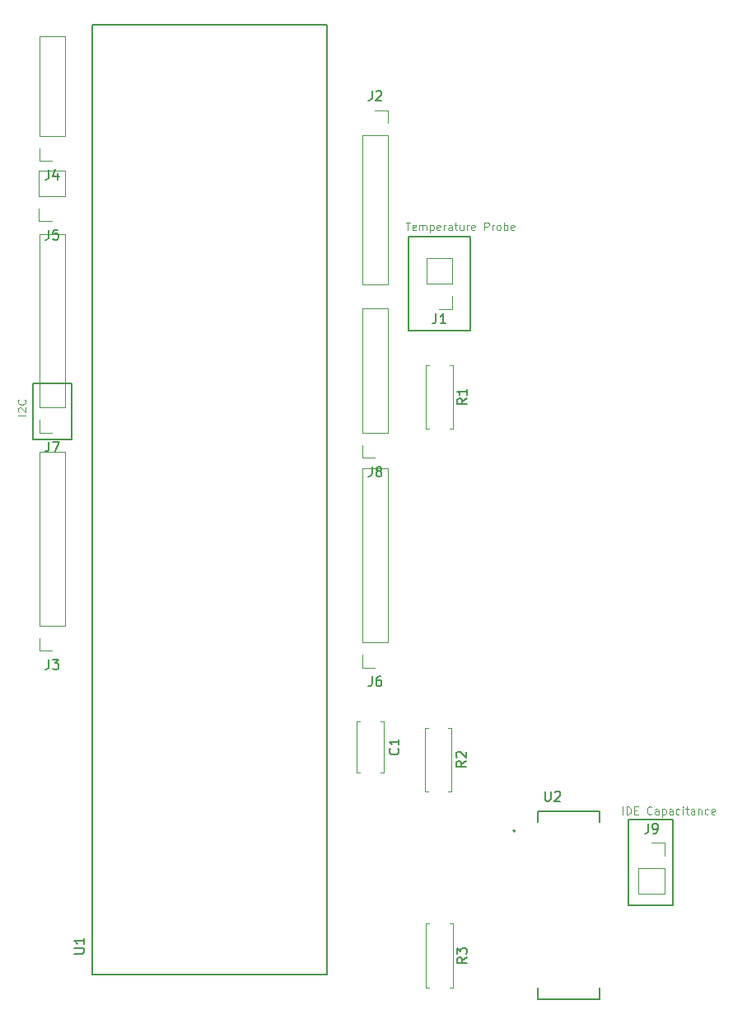
<source format=gbr>
%TF.GenerationSoftware,KiCad,Pcbnew,8.0.6*%
%TF.CreationDate,2025-03-25T14:01:10+08:00*%
%TF.ProjectId,external_chamber,65787465-726e-4616-9c5f-6368616d6265,rev?*%
%TF.SameCoordinates,Original*%
%TF.FileFunction,Legend,Top*%
%TF.FilePolarity,Positive*%
%FSLAX46Y46*%
G04 Gerber Fmt 4.6, Leading zero omitted, Abs format (unit mm)*
G04 Created by KiCad (PCBNEW 8.0.6) date 2025-03-25 14:01:10*
%MOMM*%
%LPD*%
G01*
G04 APERTURE LIST*
%ADD10C,0.125000*%
%ADD11C,0.200000*%
%ADD12C,0.150000*%
%ADD13C,0.120000*%
%ADD14C,0.127000*%
G04 APERTURE END LIST*
D10*
X82295595Y-92327287D02*
X81495595Y-92327287D01*
X81571785Y-91984431D02*
X81533690Y-91946335D01*
X81533690Y-91946335D02*
X81495595Y-91870145D01*
X81495595Y-91870145D02*
X81495595Y-91679669D01*
X81495595Y-91679669D02*
X81533690Y-91603478D01*
X81533690Y-91603478D02*
X81571785Y-91565383D01*
X81571785Y-91565383D02*
X81647976Y-91527288D01*
X81647976Y-91527288D02*
X81724166Y-91527288D01*
X81724166Y-91527288D02*
X81838452Y-91565383D01*
X81838452Y-91565383D02*
X82295595Y-92022526D01*
X82295595Y-92022526D02*
X82295595Y-91527288D01*
X82219404Y-90727287D02*
X82257500Y-90765383D01*
X82257500Y-90765383D02*
X82295595Y-90879668D01*
X82295595Y-90879668D02*
X82295595Y-90955859D01*
X82295595Y-90955859D02*
X82257500Y-91070145D01*
X82257500Y-91070145D02*
X82181309Y-91146335D01*
X82181309Y-91146335D02*
X82105119Y-91184430D01*
X82105119Y-91184430D02*
X81952738Y-91222526D01*
X81952738Y-91222526D02*
X81838452Y-91222526D01*
X81838452Y-91222526D02*
X81686071Y-91184430D01*
X81686071Y-91184430D02*
X81609880Y-91146335D01*
X81609880Y-91146335D02*
X81533690Y-91070145D01*
X81533690Y-91070145D02*
X81495595Y-90955859D01*
X81495595Y-90955859D02*
X81495595Y-90879668D01*
X81495595Y-90879668D02*
X81533690Y-90765383D01*
X81533690Y-90765383D02*
X81571785Y-90727287D01*
D11*
X83000000Y-89000000D02*
X87000000Y-89000000D01*
X87000000Y-94800000D01*
X83000000Y-94800000D01*
X83000000Y-89000000D01*
D10*
X143672712Y-133295595D02*
X143672712Y-132495595D01*
X144053664Y-133295595D02*
X144053664Y-132495595D01*
X144053664Y-132495595D02*
X144244140Y-132495595D01*
X144244140Y-132495595D02*
X144358426Y-132533690D01*
X144358426Y-132533690D02*
X144434616Y-132609880D01*
X144434616Y-132609880D02*
X144472711Y-132686071D01*
X144472711Y-132686071D02*
X144510807Y-132838452D01*
X144510807Y-132838452D02*
X144510807Y-132952738D01*
X144510807Y-132952738D02*
X144472711Y-133105119D01*
X144472711Y-133105119D02*
X144434616Y-133181309D01*
X144434616Y-133181309D02*
X144358426Y-133257500D01*
X144358426Y-133257500D02*
X144244140Y-133295595D01*
X144244140Y-133295595D02*
X144053664Y-133295595D01*
X144853664Y-132876547D02*
X145120330Y-132876547D01*
X145234616Y-133295595D02*
X144853664Y-133295595D01*
X144853664Y-133295595D02*
X144853664Y-132495595D01*
X144853664Y-132495595D02*
X145234616Y-132495595D01*
X146644141Y-133219404D02*
X146606045Y-133257500D01*
X146606045Y-133257500D02*
X146491760Y-133295595D01*
X146491760Y-133295595D02*
X146415569Y-133295595D01*
X146415569Y-133295595D02*
X146301283Y-133257500D01*
X146301283Y-133257500D02*
X146225093Y-133181309D01*
X146225093Y-133181309D02*
X146186998Y-133105119D01*
X146186998Y-133105119D02*
X146148902Y-132952738D01*
X146148902Y-132952738D02*
X146148902Y-132838452D01*
X146148902Y-132838452D02*
X146186998Y-132686071D01*
X146186998Y-132686071D02*
X146225093Y-132609880D01*
X146225093Y-132609880D02*
X146301283Y-132533690D01*
X146301283Y-132533690D02*
X146415569Y-132495595D01*
X146415569Y-132495595D02*
X146491760Y-132495595D01*
X146491760Y-132495595D02*
X146606045Y-132533690D01*
X146606045Y-132533690D02*
X146644141Y-132571785D01*
X147329855Y-133295595D02*
X147329855Y-132876547D01*
X147329855Y-132876547D02*
X147291760Y-132800357D01*
X147291760Y-132800357D02*
X147215569Y-132762261D01*
X147215569Y-132762261D02*
X147063188Y-132762261D01*
X147063188Y-132762261D02*
X146986998Y-132800357D01*
X147329855Y-133257500D02*
X147253664Y-133295595D01*
X147253664Y-133295595D02*
X147063188Y-133295595D01*
X147063188Y-133295595D02*
X146986998Y-133257500D01*
X146986998Y-133257500D02*
X146948902Y-133181309D01*
X146948902Y-133181309D02*
X146948902Y-133105119D01*
X146948902Y-133105119D02*
X146986998Y-133028928D01*
X146986998Y-133028928D02*
X147063188Y-132990833D01*
X147063188Y-132990833D02*
X147253664Y-132990833D01*
X147253664Y-132990833D02*
X147329855Y-132952738D01*
X147710808Y-132762261D02*
X147710808Y-133562261D01*
X147710808Y-132800357D02*
X147786998Y-132762261D01*
X147786998Y-132762261D02*
X147939379Y-132762261D01*
X147939379Y-132762261D02*
X148015570Y-132800357D01*
X148015570Y-132800357D02*
X148053665Y-132838452D01*
X148053665Y-132838452D02*
X148091760Y-132914642D01*
X148091760Y-132914642D02*
X148091760Y-133143214D01*
X148091760Y-133143214D02*
X148053665Y-133219404D01*
X148053665Y-133219404D02*
X148015570Y-133257500D01*
X148015570Y-133257500D02*
X147939379Y-133295595D01*
X147939379Y-133295595D02*
X147786998Y-133295595D01*
X147786998Y-133295595D02*
X147710808Y-133257500D01*
X148777475Y-133295595D02*
X148777475Y-132876547D01*
X148777475Y-132876547D02*
X148739380Y-132800357D01*
X148739380Y-132800357D02*
X148663189Y-132762261D01*
X148663189Y-132762261D02*
X148510808Y-132762261D01*
X148510808Y-132762261D02*
X148434618Y-132800357D01*
X148777475Y-133257500D02*
X148701284Y-133295595D01*
X148701284Y-133295595D02*
X148510808Y-133295595D01*
X148510808Y-133295595D02*
X148434618Y-133257500D01*
X148434618Y-133257500D02*
X148396522Y-133181309D01*
X148396522Y-133181309D02*
X148396522Y-133105119D01*
X148396522Y-133105119D02*
X148434618Y-133028928D01*
X148434618Y-133028928D02*
X148510808Y-132990833D01*
X148510808Y-132990833D02*
X148701284Y-132990833D01*
X148701284Y-132990833D02*
X148777475Y-132952738D01*
X149501285Y-133257500D02*
X149425094Y-133295595D01*
X149425094Y-133295595D02*
X149272713Y-133295595D01*
X149272713Y-133295595D02*
X149196523Y-133257500D01*
X149196523Y-133257500D02*
X149158428Y-133219404D01*
X149158428Y-133219404D02*
X149120332Y-133143214D01*
X149120332Y-133143214D02*
X149120332Y-132914642D01*
X149120332Y-132914642D02*
X149158428Y-132838452D01*
X149158428Y-132838452D02*
X149196523Y-132800357D01*
X149196523Y-132800357D02*
X149272713Y-132762261D01*
X149272713Y-132762261D02*
X149425094Y-132762261D01*
X149425094Y-132762261D02*
X149501285Y-132800357D01*
X149844142Y-133295595D02*
X149844142Y-132762261D01*
X149844142Y-132495595D02*
X149806046Y-132533690D01*
X149806046Y-132533690D02*
X149844142Y-132571785D01*
X149844142Y-132571785D02*
X149882237Y-132533690D01*
X149882237Y-132533690D02*
X149844142Y-132495595D01*
X149844142Y-132495595D02*
X149844142Y-132571785D01*
X150110808Y-132762261D02*
X150415570Y-132762261D01*
X150225094Y-132495595D02*
X150225094Y-133181309D01*
X150225094Y-133181309D02*
X150263189Y-133257500D01*
X150263189Y-133257500D02*
X150339379Y-133295595D01*
X150339379Y-133295595D02*
X150415570Y-133295595D01*
X151025094Y-133295595D02*
X151025094Y-132876547D01*
X151025094Y-132876547D02*
X150986999Y-132800357D01*
X150986999Y-132800357D02*
X150910808Y-132762261D01*
X150910808Y-132762261D02*
X150758427Y-132762261D01*
X150758427Y-132762261D02*
X150682237Y-132800357D01*
X151025094Y-133257500D02*
X150948903Y-133295595D01*
X150948903Y-133295595D02*
X150758427Y-133295595D01*
X150758427Y-133295595D02*
X150682237Y-133257500D01*
X150682237Y-133257500D02*
X150644141Y-133181309D01*
X150644141Y-133181309D02*
X150644141Y-133105119D01*
X150644141Y-133105119D02*
X150682237Y-133028928D01*
X150682237Y-133028928D02*
X150758427Y-132990833D01*
X150758427Y-132990833D02*
X150948903Y-132990833D01*
X150948903Y-132990833D02*
X151025094Y-132952738D01*
X151406047Y-132762261D02*
X151406047Y-133295595D01*
X151406047Y-132838452D02*
X151444142Y-132800357D01*
X151444142Y-132800357D02*
X151520332Y-132762261D01*
X151520332Y-132762261D02*
X151634618Y-132762261D01*
X151634618Y-132762261D02*
X151710809Y-132800357D01*
X151710809Y-132800357D02*
X151748904Y-132876547D01*
X151748904Y-132876547D02*
X151748904Y-133295595D01*
X152472714Y-133257500D02*
X152396523Y-133295595D01*
X152396523Y-133295595D02*
X152244142Y-133295595D01*
X152244142Y-133295595D02*
X152167952Y-133257500D01*
X152167952Y-133257500D02*
X152129857Y-133219404D01*
X152129857Y-133219404D02*
X152091761Y-133143214D01*
X152091761Y-133143214D02*
X152091761Y-132914642D01*
X152091761Y-132914642D02*
X152129857Y-132838452D01*
X152129857Y-132838452D02*
X152167952Y-132800357D01*
X152167952Y-132800357D02*
X152244142Y-132762261D01*
X152244142Y-132762261D02*
X152396523Y-132762261D01*
X152396523Y-132762261D02*
X152472714Y-132800357D01*
X153120333Y-133257500D02*
X153044142Y-133295595D01*
X153044142Y-133295595D02*
X152891761Y-133295595D01*
X152891761Y-133295595D02*
X152815571Y-133257500D01*
X152815571Y-133257500D02*
X152777475Y-133181309D01*
X152777475Y-133181309D02*
X152777475Y-132876547D01*
X152777475Y-132876547D02*
X152815571Y-132800357D01*
X152815571Y-132800357D02*
X152891761Y-132762261D01*
X152891761Y-132762261D02*
X153044142Y-132762261D01*
X153044142Y-132762261D02*
X153120333Y-132800357D01*
X153120333Y-132800357D02*
X153158428Y-132876547D01*
X153158428Y-132876547D02*
X153158428Y-132952738D01*
X153158428Y-132952738D02*
X152777475Y-133028928D01*
D11*
X144200000Y-133800000D02*
X148800000Y-133800000D01*
X148800000Y-142600000D01*
X144200000Y-142600000D01*
X144200000Y-133800000D01*
X121600000Y-74000000D02*
X128000000Y-74000000D01*
X128000000Y-83600000D01*
X121600000Y-83600000D01*
X121600000Y-74000000D01*
D10*
X121358426Y-72495595D02*
X121815569Y-72495595D01*
X121586997Y-73295595D02*
X121586997Y-72495595D01*
X122386998Y-73257500D02*
X122310807Y-73295595D01*
X122310807Y-73295595D02*
X122158426Y-73295595D01*
X122158426Y-73295595D02*
X122082236Y-73257500D01*
X122082236Y-73257500D02*
X122044140Y-73181309D01*
X122044140Y-73181309D02*
X122044140Y-72876547D01*
X122044140Y-72876547D02*
X122082236Y-72800357D01*
X122082236Y-72800357D02*
X122158426Y-72762261D01*
X122158426Y-72762261D02*
X122310807Y-72762261D01*
X122310807Y-72762261D02*
X122386998Y-72800357D01*
X122386998Y-72800357D02*
X122425093Y-72876547D01*
X122425093Y-72876547D02*
X122425093Y-72952738D01*
X122425093Y-72952738D02*
X122044140Y-73028928D01*
X122767950Y-73295595D02*
X122767950Y-72762261D01*
X122767950Y-72838452D02*
X122806045Y-72800357D01*
X122806045Y-72800357D02*
X122882235Y-72762261D01*
X122882235Y-72762261D02*
X122996521Y-72762261D01*
X122996521Y-72762261D02*
X123072712Y-72800357D01*
X123072712Y-72800357D02*
X123110807Y-72876547D01*
X123110807Y-72876547D02*
X123110807Y-73295595D01*
X123110807Y-72876547D02*
X123148902Y-72800357D01*
X123148902Y-72800357D02*
X123225093Y-72762261D01*
X123225093Y-72762261D02*
X123339378Y-72762261D01*
X123339378Y-72762261D02*
X123415569Y-72800357D01*
X123415569Y-72800357D02*
X123453664Y-72876547D01*
X123453664Y-72876547D02*
X123453664Y-73295595D01*
X123834617Y-72762261D02*
X123834617Y-73562261D01*
X123834617Y-72800357D02*
X123910807Y-72762261D01*
X123910807Y-72762261D02*
X124063188Y-72762261D01*
X124063188Y-72762261D02*
X124139379Y-72800357D01*
X124139379Y-72800357D02*
X124177474Y-72838452D01*
X124177474Y-72838452D02*
X124215569Y-72914642D01*
X124215569Y-72914642D02*
X124215569Y-73143214D01*
X124215569Y-73143214D02*
X124177474Y-73219404D01*
X124177474Y-73219404D02*
X124139379Y-73257500D01*
X124139379Y-73257500D02*
X124063188Y-73295595D01*
X124063188Y-73295595D02*
X123910807Y-73295595D01*
X123910807Y-73295595D02*
X123834617Y-73257500D01*
X124863189Y-73257500D02*
X124786998Y-73295595D01*
X124786998Y-73295595D02*
X124634617Y-73295595D01*
X124634617Y-73295595D02*
X124558427Y-73257500D01*
X124558427Y-73257500D02*
X124520331Y-73181309D01*
X124520331Y-73181309D02*
X124520331Y-72876547D01*
X124520331Y-72876547D02*
X124558427Y-72800357D01*
X124558427Y-72800357D02*
X124634617Y-72762261D01*
X124634617Y-72762261D02*
X124786998Y-72762261D01*
X124786998Y-72762261D02*
X124863189Y-72800357D01*
X124863189Y-72800357D02*
X124901284Y-72876547D01*
X124901284Y-72876547D02*
X124901284Y-72952738D01*
X124901284Y-72952738D02*
X124520331Y-73028928D01*
X125244141Y-73295595D02*
X125244141Y-72762261D01*
X125244141Y-72914642D02*
X125282236Y-72838452D01*
X125282236Y-72838452D02*
X125320331Y-72800357D01*
X125320331Y-72800357D02*
X125396522Y-72762261D01*
X125396522Y-72762261D02*
X125472712Y-72762261D01*
X126082236Y-73295595D02*
X126082236Y-72876547D01*
X126082236Y-72876547D02*
X126044141Y-72800357D01*
X126044141Y-72800357D02*
X125967950Y-72762261D01*
X125967950Y-72762261D02*
X125815569Y-72762261D01*
X125815569Y-72762261D02*
X125739379Y-72800357D01*
X126082236Y-73257500D02*
X126006045Y-73295595D01*
X126006045Y-73295595D02*
X125815569Y-73295595D01*
X125815569Y-73295595D02*
X125739379Y-73257500D01*
X125739379Y-73257500D02*
X125701283Y-73181309D01*
X125701283Y-73181309D02*
X125701283Y-73105119D01*
X125701283Y-73105119D02*
X125739379Y-73028928D01*
X125739379Y-73028928D02*
X125815569Y-72990833D01*
X125815569Y-72990833D02*
X126006045Y-72990833D01*
X126006045Y-72990833D02*
X126082236Y-72952738D01*
X126348903Y-72762261D02*
X126653665Y-72762261D01*
X126463189Y-72495595D02*
X126463189Y-73181309D01*
X126463189Y-73181309D02*
X126501284Y-73257500D01*
X126501284Y-73257500D02*
X126577474Y-73295595D01*
X126577474Y-73295595D02*
X126653665Y-73295595D01*
X127263189Y-72762261D02*
X127263189Y-73295595D01*
X126920332Y-72762261D02*
X126920332Y-73181309D01*
X126920332Y-73181309D02*
X126958427Y-73257500D01*
X126958427Y-73257500D02*
X127034617Y-73295595D01*
X127034617Y-73295595D02*
X127148903Y-73295595D01*
X127148903Y-73295595D02*
X127225094Y-73257500D01*
X127225094Y-73257500D02*
X127263189Y-73219404D01*
X127644142Y-73295595D02*
X127644142Y-72762261D01*
X127644142Y-72914642D02*
X127682237Y-72838452D01*
X127682237Y-72838452D02*
X127720332Y-72800357D01*
X127720332Y-72800357D02*
X127796523Y-72762261D01*
X127796523Y-72762261D02*
X127872713Y-72762261D01*
X128444142Y-73257500D02*
X128367951Y-73295595D01*
X128367951Y-73295595D02*
X128215570Y-73295595D01*
X128215570Y-73295595D02*
X128139380Y-73257500D01*
X128139380Y-73257500D02*
X128101284Y-73181309D01*
X128101284Y-73181309D02*
X128101284Y-72876547D01*
X128101284Y-72876547D02*
X128139380Y-72800357D01*
X128139380Y-72800357D02*
X128215570Y-72762261D01*
X128215570Y-72762261D02*
X128367951Y-72762261D01*
X128367951Y-72762261D02*
X128444142Y-72800357D01*
X128444142Y-72800357D02*
X128482237Y-72876547D01*
X128482237Y-72876547D02*
X128482237Y-72952738D01*
X128482237Y-72952738D02*
X128101284Y-73028928D01*
X129434618Y-73295595D02*
X129434618Y-72495595D01*
X129434618Y-72495595D02*
X129739380Y-72495595D01*
X129739380Y-72495595D02*
X129815570Y-72533690D01*
X129815570Y-72533690D02*
X129853665Y-72571785D01*
X129853665Y-72571785D02*
X129891761Y-72647976D01*
X129891761Y-72647976D02*
X129891761Y-72762261D01*
X129891761Y-72762261D02*
X129853665Y-72838452D01*
X129853665Y-72838452D02*
X129815570Y-72876547D01*
X129815570Y-72876547D02*
X129739380Y-72914642D01*
X129739380Y-72914642D02*
X129434618Y-72914642D01*
X130234618Y-73295595D02*
X130234618Y-72762261D01*
X130234618Y-72914642D02*
X130272713Y-72838452D01*
X130272713Y-72838452D02*
X130310808Y-72800357D01*
X130310808Y-72800357D02*
X130386999Y-72762261D01*
X130386999Y-72762261D02*
X130463189Y-72762261D01*
X130844141Y-73295595D02*
X130767951Y-73257500D01*
X130767951Y-73257500D02*
X130729856Y-73219404D01*
X130729856Y-73219404D02*
X130691760Y-73143214D01*
X130691760Y-73143214D02*
X130691760Y-72914642D01*
X130691760Y-72914642D02*
X130729856Y-72838452D01*
X130729856Y-72838452D02*
X130767951Y-72800357D01*
X130767951Y-72800357D02*
X130844141Y-72762261D01*
X130844141Y-72762261D02*
X130958427Y-72762261D01*
X130958427Y-72762261D02*
X131034618Y-72800357D01*
X131034618Y-72800357D02*
X131072713Y-72838452D01*
X131072713Y-72838452D02*
X131110808Y-72914642D01*
X131110808Y-72914642D02*
X131110808Y-73143214D01*
X131110808Y-73143214D02*
X131072713Y-73219404D01*
X131072713Y-73219404D02*
X131034618Y-73257500D01*
X131034618Y-73257500D02*
X130958427Y-73295595D01*
X130958427Y-73295595D02*
X130844141Y-73295595D01*
X131453666Y-73295595D02*
X131453666Y-72495595D01*
X131453666Y-72800357D02*
X131529856Y-72762261D01*
X131529856Y-72762261D02*
X131682237Y-72762261D01*
X131682237Y-72762261D02*
X131758428Y-72800357D01*
X131758428Y-72800357D02*
X131796523Y-72838452D01*
X131796523Y-72838452D02*
X131834618Y-72914642D01*
X131834618Y-72914642D02*
X131834618Y-73143214D01*
X131834618Y-73143214D02*
X131796523Y-73219404D01*
X131796523Y-73219404D02*
X131758428Y-73257500D01*
X131758428Y-73257500D02*
X131682237Y-73295595D01*
X131682237Y-73295595D02*
X131529856Y-73295595D01*
X131529856Y-73295595D02*
X131453666Y-73257500D01*
X132482238Y-73257500D02*
X132406047Y-73295595D01*
X132406047Y-73295595D02*
X132253666Y-73295595D01*
X132253666Y-73295595D02*
X132177476Y-73257500D01*
X132177476Y-73257500D02*
X132139380Y-73181309D01*
X132139380Y-73181309D02*
X132139380Y-72876547D01*
X132139380Y-72876547D02*
X132177476Y-72800357D01*
X132177476Y-72800357D02*
X132253666Y-72762261D01*
X132253666Y-72762261D02*
X132406047Y-72762261D01*
X132406047Y-72762261D02*
X132482238Y-72800357D01*
X132482238Y-72800357D02*
X132520333Y-72876547D01*
X132520333Y-72876547D02*
X132520333Y-72952738D01*
X132520333Y-72952738D02*
X132139380Y-73028928D01*
D12*
X117866666Y-119124819D02*
X117866666Y-119839104D01*
X117866666Y-119839104D02*
X117819047Y-119981961D01*
X117819047Y-119981961D02*
X117723809Y-120077200D01*
X117723809Y-120077200D02*
X117580952Y-120124819D01*
X117580952Y-120124819D02*
X117485714Y-120124819D01*
X118771428Y-119124819D02*
X118580952Y-119124819D01*
X118580952Y-119124819D02*
X118485714Y-119172438D01*
X118485714Y-119172438D02*
X118438095Y-119220057D01*
X118438095Y-119220057D02*
X118342857Y-119362914D01*
X118342857Y-119362914D02*
X118295238Y-119553390D01*
X118295238Y-119553390D02*
X118295238Y-119934342D01*
X118295238Y-119934342D02*
X118342857Y-120029580D01*
X118342857Y-120029580D02*
X118390476Y-120077200D01*
X118390476Y-120077200D02*
X118485714Y-120124819D01*
X118485714Y-120124819D02*
X118676190Y-120124819D01*
X118676190Y-120124819D02*
X118771428Y-120077200D01*
X118771428Y-120077200D02*
X118819047Y-120029580D01*
X118819047Y-120029580D02*
X118866666Y-119934342D01*
X118866666Y-119934342D02*
X118866666Y-119696247D01*
X118866666Y-119696247D02*
X118819047Y-119601009D01*
X118819047Y-119601009D02*
X118771428Y-119553390D01*
X118771428Y-119553390D02*
X118676190Y-119505771D01*
X118676190Y-119505771D02*
X118485714Y-119505771D01*
X118485714Y-119505771D02*
X118390476Y-119553390D01*
X118390476Y-119553390D02*
X118342857Y-119601009D01*
X118342857Y-119601009D02*
X118295238Y-119696247D01*
X117866666Y-58984819D02*
X117866666Y-59699104D01*
X117866666Y-59699104D02*
X117819047Y-59841961D01*
X117819047Y-59841961D02*
X117723809Y-59937200D01*
X117723809Y-59937200D02*
X117580952Y-59984819D01*
X117580952Y-59984819D02*
X117485714Y-59984819D01*
X118295238Y-59080057D02*
X118342857Y-59032438D01*
X118342857Y-59032438D02*
X118438095Y-58984819D01*
X118438095Y-58984819D02*
X118676190Y-58984819D01*
X118676190Y-58984819D02*
X118771428Y-59032438D01*
X118771428Y-59032438D02*
X118819047Y-59080057D01*
X118819047Y-59080057D02*
X118866666Y-59175295D01*
X118866666Y-59175295D02*
X118866666Y-59270533D01*
X118866666Y-59270533D02*
X118819047Y-59413390D01*
X118819047Y-59413390D02*
X118247619Y-59984819D01*
X118247619Y-59984819D02*
X118866666Y-59984819D01*
X124466666Y-81859819D02*
X124466666Y-82574104D01*
X124466666Y-82574104D02*
X124419047Y-82716961D01*
X124419047Y-82716961D02*
X124323809Y-82812200D01*
X124323809Y-82812200D02*
X124180952Y-82859819D01*
X124180952Y-82859819D02*
X124085714Y-82859819D01*
X125466666Y-82859819D02*
X124895238Y-82859819D01*
X125180952Y-82859819D02*
X125180952Y-81859819D01*
X125180952Y-81859819D02*
X125085714Y-82002676D01*
X125085714Y-82002676D02*
X124990476Y-82097914D01*
X124990476Y-82097914D02*
X124895238Y-82145533D01*
X135670595Y-130919819D02*
X135670595Y-131729342D01*
X135670595Y-131729342D02*
X135718214Y-131824580D01*
X135718214Y-131824580D02*
X135765833Y-131872200D01*
X135765833Y-131872200D02*
X135861071Y-131919819D01*
X135861071Y-131919819D02*
X136051547Y-131919819D01*
X136051547Y-131919819D02*
X136146785Y-131872200D01*
X136146785Y-131872200D02*
X136194404Y-131824580D01*
X136194404Y-131824580D02*
X136242023Y-131729342D01*
X136242023Y-131729342D02*
X136242023Y-130919819D01*
X136670595Y-131015057D02*
X136718214Y-130967438D01*
X136718214Y-130967438D02*
X136813452Y-130919819D01*
X136813452Y-130919819D02*
X137051547Y-130919819D01*
X137051547Y-130919819D02*
X137146785Y-130967438D01*
X137146785Y-130967438D02*
X137194404Y-131015057D01*
X137194404Y-131015057D02*
X137242023Y-131110295D01*
X137242023Y-131110295D02*
X137242023Y-131205533D01*
X137242023Y-131205533D02*
X137194404Y-131348390D01*
X137194404Y-131348390D02*
X136622976Y-131919819D01*
X136622976Y-131919819D02*
X137242023Y-131919819D01*
X127624819Y-147966666D02*
X127148628Y-148299999D01*
X127624819Y-148538094D02*
X126624819Y-148538094D01*
X126624819Y-148538094D02*
X126624819Y-148157142D01*
X126624819Y-148157142D02*
X126672438Y-148061904D01*
X126672438Y-148061904D02*
X126720057Y-148014285D01*
X126720057Y-148014285D02*
X126815295Y-147966666D01*
X126815295Y-147966666D02*
X126958152Y-147966666D01*
X126958152Y-147966666D02*
X127053390Y-148014285D01*
X127053390Y-148014285D02*
X127101009Y-148061904D01*
X127101009Y-148061904D02*
X127148628Y-148157142D01*
X127148628Y-148157142D02*
X127148628Y-148538094D01*
X126624819Y-147633332D02*
X126624819Y-147014285D01*
X126624819Y-147014285D02*
X127005771Y-147347618D01*
X127005771Y-147347618D02*
X127005771Y-147204761D01*
X127005771Y-147204761D02*
X127053390Y-147109523D01*
X127053390Y-147109523D02*
X127101009Y-147061904D01*
X127101009Y-147061904D02*
X127196247Y-147014285D01*
X127196247Y-147014285D02*
X127434342Y-147014285D01*
X127434342Y-147014285D02*
X127529580Y-147061904D01*
X127529580Y-147061904D02*
X127577200Y-147109523D01*
X127577200Y-147109523D02*
X127624819Y-147204761D01*
X127624819Y-147204761D02*
X127624819Y-147490475D01*
X127624819Y-147490475D02*
X127577200Y-147585713D01*
X127577200Y-147585713D02*
X127529580Y-147633332D01*
X84666666Y-95004819D02*
X84666666Y-95719104D01*
X84666666Y-95719104D02*
X84619047Y-95861961D01*
X84619047Y-95861961D02*
X84523809Y-95957200D01*
X84523809Y-95957200D02*
X84380952Y-96004819D01*
X84380952Y-96004819D02*
X84285714Y-96004819D01*
X85047619Y-95004819D02*
X85714285Y-95004819D01*
X85714285Y-95004819D02*
X85285714Y-96004819D01*
X127624819Y-90566666D02*
X127148628Y-90899999D01*
X127624819Y-91138094D02*
X126624819Y-91138094D01*
X126624819Y-91138094D02*
X126624819Y-90757142D01*
X126624819Y-90757142D02*
X126672438Y-90661904D01*
X126672438Y-90661904D02*
X126720057Y-90614285D01*
X126720057Y-90614285D02*
X126815295Y-90566666D01*
X126815295Y-90566666D02*
X126958152Y-90566666D01*
X126958152Y-90566666D02*
X127053390Y-90614285D01*
X127053390Y-90614285D02*
X127101009Y-90661904D01*
X127101009Y-90661904D02*
X127148628Y-90757142D01*
X127148628Y-90757142D02*
X127148628Y-91138094D01*
X127624819Y-89614285D02*
X127624819Y-90185713D01*
X127624819Y-89899999D02*
X126624819Y-89899999D01*
X126624819Y-89899999D02*
X126767676Y-89995237D01*
X126767676Y-89995237D02*
X126862914Y-90090475D01*
X126862914Y-90090475D02*
X126910533Y-90185713D01*
X146291666Y-134234819D02*
X146291666Y-134949104D01*
X146291666Y-134949104D02*
X146244047Y-135091961D01*
X146244047Y-135091961D02*
X146148809Y-135187200D01*
X146148809Y-135187200D02*
X146005952Y-135234819D01*
X146005952Y-135234819D02*
X145910714Y-135234819D01*
X146815476Y-135234819D02*
X147005952Y-135234819D01*
X147005952Y-135234819D02*
X147101190Y-135187200D01*
X147101190Y-135187200D02*
X147148809Y-135139580D01*
X147148809Y-135139580D02*
X147244047Y-134996723D01*
X147244047Y-134996723D02*
X147291666Y-134806247D01*
X147291666Y-134806247D02*
X147291666Y-134425295D01*
X147291666Y-134425295D02*
X147244047Y-134330057D01*
X147244047Y-134330057D02*
X147196428Y-134282438D01*
X147196428Y-134282438D02*
X147101190Y-134234819D01*
X147101190Y-134234819D02*
X146910714Y-134234819D01*
X146910714Y-134234819D02*
X146815476Y-134282438D01*
X146815476Y-134282438D02*
X146767857Y-134330057D01*
X146767857Y-134330057D02*
X146720238Y-134425295D01*
X146720238Y-134425295D02*
X146720238Y-134663390D01*
X146720238Y-134663390D02*
X146767857Y-134758628D01*
X146767857Y-134758628D02*
X146815476Y-134806247D01*
X146815476Y-134806247D02*
X146910714Y-134853866D01*
X146910714Y-134853866D02*
X147101190Y-134853866D01*
X147101190Y-134853866D02*
X147196428Y-134806247D01*
X147196428Y-134806247D02*
X147244047Y-134758628D01*
X147244047Y-134758628D02*
X147291666Y-134663390D01*
X84666666Y-67104819D02*
X84666666Y-67819104D01*
X84666666Y-67819104D02*
X84619047Y-67961961D01*
X84619047Y-67961961D02*
X84523809Y-68057200D01*
X84523809Y-68057200D02*
X84380952Y-68104819D01*
X84380952Y-68104819D02*
X84285714Y-68104819D01*
X85571428Y-67438152D02*
X85571428Y-68104819D01*
X85333333Y-67057200D02*
X85095238Y-67771485D01*
X85095238Y-67771485D02*
X85714285Y-67771485D01*
X84641666Y-73274819D02*
X84641666Y-73989104D01*
X84641666Y-73989104D02*
X84594047Y-74131961D01*
X84594047Y-74131961D02*
X84498809Y-74227200D01*
X84498809Y-74227200D02*
X84355952Y-74274819D01*
X84355952Y-74274819D02*
X84260714Y-74274819D01*
X85594047Y-73274819D02*
X85117857Y-73274819D01*
X85117857Y-73274819D02*
X85070238Y-73751009D01*
X85070238Y-73751009D02*
X85117857Y-73703390D01*
X85117857Y-73703390D02*
X85213095Y-73655771D01*
X85213095Y-73655771D02*
X85451190Y-73655771D01*
X85451190Y-73655771D02*
X85546428Y-73703390D01*
X85546428Y-73703390D02*
X85594047Y-73751009D01*
X85594047Y-73751009D02*
X85641666Y-73846247D01*
X85641666Y-73846247D02*
X85641666Y-74084342D01*
X85641666Y-74084342D02*
X85594047Y-74179580D01*
X85594047Y-74179580D02*
X85546428Y-74227200D01*
X85546428Y-74227200D02*
X85451190Y-74274819D01*
X85451190Y-74274819D02*
X85213095Y-74274819D01*
X85213095Y-74274819D02*
X85117857Y-74227200D01*
X85117857Y-74227200D02*
X85070238Y-74179580D01*
X84666666Y-117384819D02*
X84666666Y-118099104D01*
X84666666Y-118099104D02*
X84619047Y-118241961D01*
X84619047Y-118241961D02*
X84523809Y-118337200D01*
X84523809Y-118337200D02*
X84380952Y-118384819D01*
X84380952Y-118384819D02*
X84285714Y-118384819D01*
X85047619Y-117384819D02*
X85666666Y-117384819D01*
X85666666Y-117384819D02*
X85333333Y-117765771D01*
X85333333Y-117765771D02*
X85476190Y-117765771D01*
X85476190Y-117765771D02*
X85571428Y-117813390D01*
X85571428Y-117813390D02*
X85619047Y-117861009D01*
X85619047Y-117861009D02*
X85666666Y-117956247D01*
X85666666Y-117956247D02*
X85666666Y-118194342D01*
X85666666Y-118194342D02*
X85619047Y-118289580D01*
X85619047Y-118289580D02*
X85571428Y-118337200D01*
X85571428Y-118337200D02*
X85476190Y-118384819D01*
X85476190Y-118384819D02*
X85190476Y-118384819D01*
X85190476Y-118384819D02*
X85095238Y-118337200D01*
X85095238Y-118337200D02*
X85047619Y-118289580D01*
X120552080Y-126526666D02*
X120599700Y-126574285D01*
X120599700Y-126574285D02*
X120647319Y-126717142D01*
X120647319Y-126717142D02*
X120647319Y-126812380D01*
X120647319Y-126812380D02*
X120599700Y-126955237D01*
X120599700Y-126955237D02*
X120504461Y-127050475D01*
X120504461Y-127050475D02*
X120409223Y-127098094D01*
X120409223Y-127098094D02*
X120218747Y-127145713D01*
X120218747Y-127145713D02*
X120075890Y-127145713D01*
X120075890Y-127145713D02*
X119885414Y-127098094D01*
X119885414Y-127098094D02*
X119790176Y-127050475D01*
X119790176Y-127050475D02*
X119694938Y-126955237D01*
X119694938Y-126955237D02*
X119647319Y-126812380D01*
X119647319Y-126812380D02*
X119647319Y-126717142D01*
X119647319Y-126717142D02*
X119694938Y-126574285D01*
X119694938Y-126574285D02*
X119742557Y-126526666D01*
X120647319Y-125574285D02*
X120647319Y-126145713D01*
X120647319Y-125859999D02*
X119647319Y-125859999D01*
X119647319Y-125859999D02*
X119790176Y-125955237D01*
X119790176Y-125955237D02*
X119885414Y-126050475D01*
X119885414Y-126050475D02*
X119933033Y-126145713D01*
X127517319Y-127826666D02*
X127041128Y-128159999D01*
X127517319Y-128398094D02*
X126517319Y-128398094D01*
X126517319Y-128398094D02*
X126517319Y-128017142D01*
X126517319Y-128017142D02*
X126564938Y-127921904D01*
X126564938Y-127921904D02*
X126612557Y-127874285D01*
X126612557Y-127874285D02*
X126707795Y-127826666D01*
X126707795Y-127826666D02*
X126850652Y-127826666D01*
X126850652Y-127826666D02*
X126945890Y-127874285D01*
X126945890Y-127874285D02*
X126993509Y-127921904D01*
X126993509Y-127921904D02*
X127041128Y-128017142D01*
X127041128Y-128017142D02*
X127041128Y-128398094D01*
X126612557Y-127445713D02*
X126564938Y-127398094D01*
X126564938Y-127398094D02*
X126517319Y-127302856D01*
X126517319Y-127302856D02*
X126517319Y-127064761D01*
X126517319Y-127064761D02*
X126564938Y-126969523D01*
X126564938Y-126969523D02*
X126612557Y-126921904D01*
X126612557Y-126921904D02*
X126707795Y-126874285D01*
X126707795Y-126874285D02*
X126803033Y-126874285D01*
X126803033Y-126874285D02*
X126945890Y-126921904D01*
X126945890Y-126921904D02*
X127517319Y-127493332D01*
X127517319Y-127493332D02*
X127517319Y-126874285D01*
X87279819Y-147586904D02*
X88089342Y-147586904D01*
X88089342Y-147586904D02*
X88184580Y-147539285D01*
X88184580Y-147539285D02*
X88232200Y-147491666D01*
X88232200Y-147491666D02*
X88279819Y-147396428D01*
X88279819Y-147396428D02*
X88279819Y-147205952D01*
X88279819Y-147205952D02*
X88232200Y-147110714D01*
X88232200Y-147110714D02*
X88184580Y-147063095D01*
X88184580Y-147063095D02*
X88089342Y-147015476D01*
X88089342Y-147015476D02*
X87279819Y-147015476D01*
X88279819Y-146015476D02*
X88279819Y-146586904D01*
X88279819Y-146301190D02*
X87279819Y-146301190D01*
X87279819Y-146301190D02*
X87422676Y-146396428D01*
X87422676Y-146396428D02*
X87517914Y-146491666D01*
X87517914Y-146491666D02*
X87565533Y-146586904D01*
X117866666Y-97584819D02*
X117866666Y-98299104D01*
X117866666Y-98299104D02*
X117819047Y-98441961D01*
X117819047Y-98441961D02*
X117723809Y-98537200D01*
X117723809Y-98537200D02*
X117580952Y-98584819D01*
X117580952Y-98584819D02*
X117485714Y-98584819D01*
X118485714Y-98013390D02*
X118390476Y-97965771D01*
X118390476Y-97965771D02*
X118342857Y-97918152D01*
X118342857Y-97918152D02*
X118295238Y-97822914D01*
X118295238Y-97822914D02*
X118295238Y-97775295D01*
X118295238Y-97775295D02*
X118342857Y-97680057D01*
X118342857Y-97680057D02*
X118390476Y-97632438D01*
X118390476Y-97632438D02*
X118485714Y-97584819D01*
X118485714Y-97584819D02*
X118676190Y-97584819D01*
X118676190Y-97584819D02*
X118771428Y-97632438D01*
X118771428Y-97632438D02*
X118819047Y-97680057D01*
X118819047Y-97680057D02*
X118866666Y-97775295D01*
X118866666Y-97775295D02*
X118866666Y-97822914D01*
X118866666Y-97822914D02*
X118819047Y-97918152D01*
X118819047Y-97918152D02*
X118771428Y-97965771D01*
X118771428Y-97965771D02*
X118676190Y-98013390D01*
X118676190Y-98013390D02*
X118485714Y-98013390D01*
X118485714Y-98013390D02*
X118390476Y-98061009D01*
X118390476Y-98061009D02*
X118342857Y-98108628D01*
X118342857Y-98108628D02*
X118295238Y-98203866D01*
X118295238Y-98203866D02*
X118295238Y-98394342D01*
X118295238Y-98394342D02*
X118342857Y-98489580D01*
X118342857Y-98489580D02*
X118390476Y-98537200D01*
X118390476Y-98537200D02*
X118485714Y-98584819D01*
X118485714Y-98584819D02*
X118676190Y-98584819D01*
X118676190Y-98584819D02*
X118771428Y-98537200D01*
X118771428Y-98537200D02*
X118819047Y-98489580D01*
X118819047Y-98489580D02*
X118866666Y-98394342D01*
X118866666Y-98394342D02*
X118866666Y-98203866D01*
X118866666Y-98203866D02*
X118819047Y-98108628D01*
X118819047Y-98108628D02*
X118771428Y-98061009D01*
X118771428Y-98061009D02*
X118676190Y-98013390D01*
D13*
%TO.C,J6*%
X116870000Y-115630000D02*
X116870000Y-97790000D01*
X116870000Y-118230000D02*
X116870000Y-116900000D01*
X118200000Y-118230000D02*
X116870000Y-118230000D01*
X119530000Y-97790000D02*
X116870000Y-97790000D01*
X119530000Y-115630000D02*
X116870000Y-115630000D01*
X119530000Y-115630000D02*
X119530000Y-97790000D01*
%TO.C,J2*%
X119530000Y-63570000D02*
X119530000Y-78870000D01*
X119530000Y-60970000D02*
X119530000Y-62300000D01*
X118200000Y-60970000D02*
X119530000Y-60970000D01*
X116870000Y-78870000D02*
X119530000Y-78870000D01*
X116870000Y-63570000D02*
X119530000Y-63570000D01*
X116870000Y-63570000D02*
X116870000Y-78870000D01*
%TO.C,J1*%
X126130000Y-81405000D02*
X124800000Y-81405000D01*
X126130000Y-80075000D02*
X126130000Y-81405000D01*
X126130000Y-78805000D02*
X126130000Y-76205000D01*
X126130000Y-78805000D02*
X123470000Y-78805000D01*
X126130000Y-76205000D02*
X123470000Y-76205000D01*
X123470000Y-78805000D02*
X123470000Y-76205000D01*
D14*
%TO.C,U2*%
X134887500Y-132947500D02*
X141237500Y-132947500D01*
X134887500Y-134075000D02*
X134887500Y-132947500D01*
X134887500Y-152252500D02*
X134887500Y-151125000D01*
X141237500Y-132947500D02*
X141237500Y-134075000D01*
X141237500Y-151125000D02*
X141237500Y-152252500D01*
X141237500Y-152252500D02*
X134887500Y-152252500D01*
D11*
X132607500Y-134980000D02*
G75*
G02*
X132407500Y-134980000I-100000J0D01*
G01*
X132407500Y-134980000D02*
G75*
G02*
X132607500Y-134980000I100000J0D01*
G01*
D13*
%TO.C,R3*%
X123430000Y-144530000D02*
X123430000Y-151070000D01*
X123430000Y-151070000D02*
X123760000Y-151070000D01*
X123760000Y-144530000D02*
X123430000Y-144530000D01*
X125840000Y-144530000D02*
X126170000Y-144530000D01*
X126170000Y-144530000D02*
X126170000Y-151070000D01*
X126170000Y-151070000D02*
X125840000Y-151070000D01*
%TO.C,J7*%
X86330000Y-91510000D02*
X86330000Y-73670000D01*
X86330000Y-91510000D02*
X83670000Y-91510000D01*
X86330000Y-73670000D02*
X83670000Y-73670000D01*
X85000000Y-94110000D02*
X83670000Y-94110000D01*
X83670000Y-94110000D02*
X83670000Y-92780000D01*
X83670000Y-91510000D02*
X83670000Y-73670000D01*
%TO.C,R1*%
X123430000Y-87130000D02*
X123430000Y-93670000D01*
X123430000Y-93670000D02*
X123760000Y-93670000D01*
X123760000Y-87130000D02*
X123430000Y-87130000D01*
X125840000Y-87130000D02*
X126170000Y-87130000D01*
X126170000Y-87130000D02*
X126170000Y-93670000D01*
X126170000Y-93670000D02*
X125840000Y-93670000D01*
%TO.C,J9*%
X145295000Y-138820000D02*
X145295000Y-141420000D01*
X145295000Y-138820000D02*
X147955000Y-138820000D01*
X145295000Y-141420000D02*
X147955000Y-141420000D01*
X146625000Y-136220000D02*
X147955000Y-136220000D01*
X147955000Y-136220000D02*
X147955000Y-137550000D01*
X147955000Y-138820000D02*
X147955000Y-141420000D01*
%TO.C,J4*%
X83670000Y-63610000D02*
X83670000Y-53390000D01*
X83670000Y-66210000D02*
X83670000Y-64880000D01*
X85000000Y-66210000D02*
X83670000Y-66210000D01*
X86330000Y-53390000D02*
X83670000Y-53390000D01*
X86330000Y-63610000D02*
X83670000Y-63610000D01*
X86330000Y-63610000D02*
X86330000Y-53390000D01*
%TO.C,J5*%
X86305000Y-69780000D02*
X86305000Y-67180000D01*
X86305000Y-69780000D02*
X83645000Y-69780000D01*
X86305000Y-67180000D02*
X83645000Y-67180000D01*
X84975000Y-72380000D02*
X83645000Y-72380000D01*
X83645000Y-72380000D02*
X83645000Y-71050000D01*
X83645000Y-69780000D02*
X83645000Y-67180000D01*
%TO.C,J3*%
X86330000Y-113890000D02*
X86330000Y-96050000D01*
X86330000Y-113890000D02*
X83670000Y-113890000D01*
X86330000Y-96050000D02*
X83670000Y-96050000D01*
X85000000Y-116490000D02*
X83670000Y-116490000D01*
X83670000Y-116490000D02*
X83670000Y-115160000D01*
X83670000Y-113890000D02*
X83670000Y-96050000D01*
%TO.C,C1*%
X116322500Y-123740000D02*
X116322500Y-128980000D01*
X116637500Y-123740000D02*
X116322500Y-123740000D01*
X116637500Y-128980000D02*
X116322500Y-128980000D01*
X119062500Y-123740000D02*
X118747500Y-123740000D01*
X119062500Y-123740000D02*
X119062500Y-128980000D01*
X119062500Y-128980000D02*
X118747500Y-128980000D01*
%TO.C,R2*%
X123322500Y-124390000D02*
X123322500Y-130930000D01*
X123322500Y-130930000D02*
X123652500Y-130930000D01*
X123652500Y-124390000D02*
X123322500Y-124390000D01*
X125732500Y-124390000D02*
X126062500Y-124390000D01*
X126062500Y-124390000D02*
X126062500Y-130930000D01*
X126062500Y-130930000D02*
X125732500Y-130930000D01*
D14*
%TO.C,U1*%
X89102600Y-52210000D02*
X89102600Y-149746000D01*
X89102600Y-149746000D02*
X113225000Y-149746000D01*
X113225000Y-52210000D02*
X89102600Y-52210000D01*
X113225000Y-149746000D02*
X113225000Y-52210000D01*
D13*
%TO.C,J8*%
X116870000Y-94090000D02*
X116870000Y-81330000D01*
X116870000Y-96690000D02*
X116870000Y-95360000D01*
X118200000Y-96690000D02*
X116870000Y-96690000D01*
X119530000Y-81330000D02*
X116870000Y-81330000D01*
X119530000Y-94090000D02*
X116870000Y-94090000D01*
X119530000Y-94090000D02*
X119530000Y-81330000D01*
%TD*%
M02*

</source>
